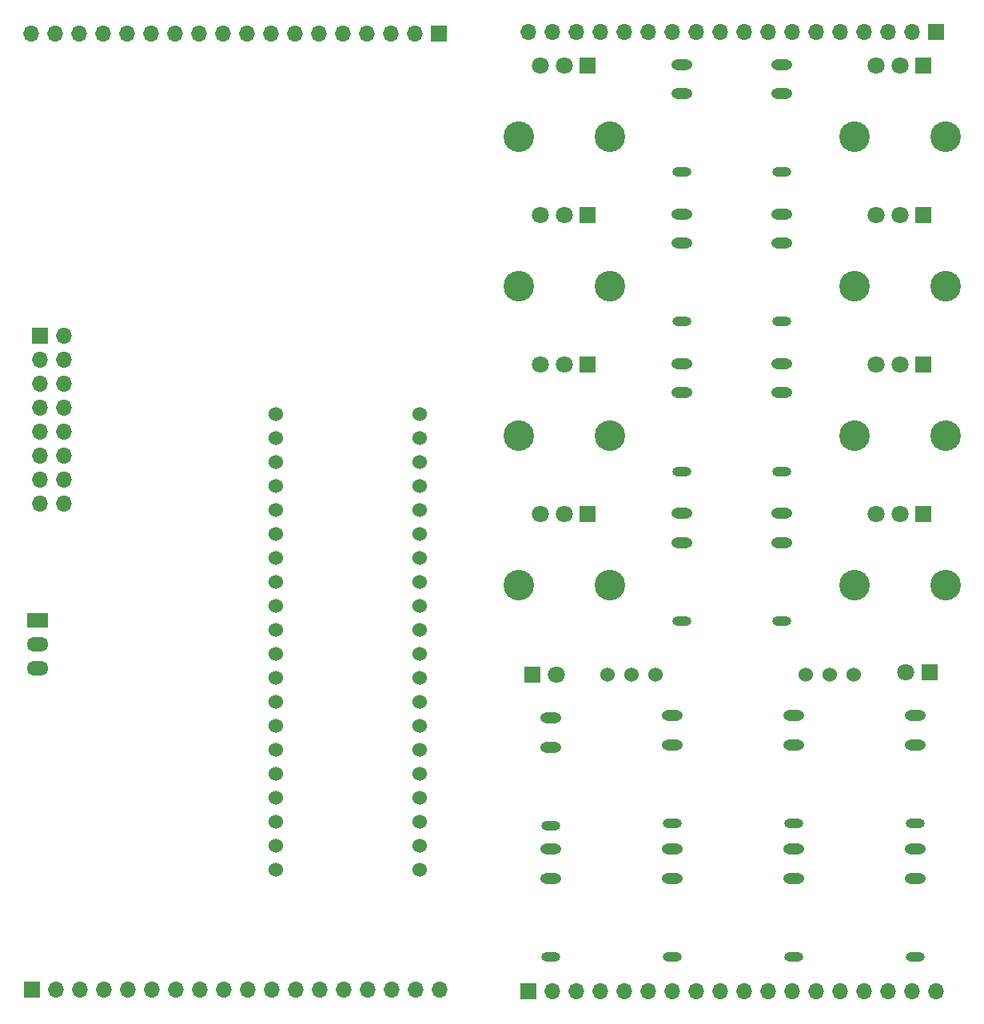
<source format=gbs>
%TF.GenerationSoftware,KiCad,Pcbnew,(6.0.0-0)*%
%TF.CreationDate,2022-09-18T03:09:56-04:00*%
%TF.ProjectId,daisy_hardware_v1,64616973-795f-4686-9172-64776172655f,rev?*%
%TF.SameCoordinates,Original*%
%TF.FileFunction,Soldermask,Bot*%
%TF.FilePolarity,Negative*%
%FSLAX46Y46*%
G04 Gerber Fmt 4.6, Leading zero omitted, Abs format (unit mm)*
G04 Created by KiCad (PCBNEW (6.0.0-0)) date 2022-09-18 03:09:56*
%MOMM*%
%LPD*%
G01*
G04 APERTURE LIST*
%ADD10O,2.216000X1.108000*%
%ADD11O,2.016000X1.008000*%
%ADD12R,1.700000X1.700000*%
%ADD13O,1.700000X1.700000*%
%ADD14C,3.240000*%
%ADD15R,1.800000X1.800000*%
%ADD16C,1.800000*%
%ADD17C,1.524000*%
%ADD18R,2.300000X1.500000*%
%ADD19O,2.300000X1.500000*%
G04 APERTURE END LIST*
D10*
%TO.C,J13*%
X107870333Y-294079999D03*
X107870333Y-297179999D03*
D11*
X107870333Y-305479999D03*
%TD*%
D10*
%TO.C,J15*%
X118443666Y-278244000D03*
X118443666Y-281344000D03*
D11*
X118443666Y-289644000D03*
%TD*%
D12*
%TO.C,J1*%
X39820000Y-306960000D03*
D13*
X42360000Y-306960000D03*
X39820000Y-309500000D03*
X42360000Y-309500000D03*
X39820000Y-312040000D03*
X42360000Y-312040000D03*
X39820000Y-314580000D03*
X42360000Y-314580000D03*
X39820000Y-317120000D03*
X42360000Y-317120000D03*
X39820000Y-319660000D03*
X42360000Y-319660000D03*
X39820000Y-322200000D03*
X42360000Y-322200000D03*
X39820000Y-324740000D03*
X42360000Y-324740000D03*
%TD*%
D10*
%TO.C,J14*%
X107870333Y-309915998D03*
X107870333Y-313015998D03*
D11*
X107870333Y-321315998D03*
%TD*%
D14*
%TO.C,RV1*%
X135737000Y-285874000D03*
X126137000Y-285874000D03*
D15*
X133437000Y-278374000D03*
D16*
X130937000Y-278374000D03*
X128437000Y-278374000D03*
%TD*%
D15*
%TO.C,D1*%
X91960000Y-342900000D03*
D16*
X94500000Y-342900000D03*
%TD*%
D10*
%TO.C,J10*%
X119718666Y-347215000D03*
X119718666Y-350315000D03*
D11*
X119718666Y-358615000D03*
%TD*%
D14*
%TO.C,RV3*%
X100177000Y-317546000D03*
X90577000Y-317546000D03*
D15*
X97877000Y-310046000D03*
D16*
X95377000Y-310046000D03*
X92877000Y-310046000D03*
%TD*%
D14*
%TO.C,RV5*%
X100177000Y-301710000D03*
X90577000Y-301710000D03*
D15*
X97877000Y-294210000D03*
D16*
X95377000Y-294210000D03*
X92877000Y-294210000D03*
%TD*%
D10*
%TO.C,J3*%
X93980000Y-361312000D03*
X93980000Y-364412000D03*
D11*
X93980000Y-372712000D03*
%TD*%
D10*
%TO.C,J18*%
X107870333Y-325751998D03*
X107870333Y-328851998D03*
D11*
X107870333Y-337151998D03*
%TD*%
D14*
%TO.C,RV2*%
X135737000Y-301710000D03*
X126137000Y-301710000D03*
D15*
X133437000Y-294210000D03*
D16*
X130937000Y-294210000D03*
X128437000Y-294210000D03*
%TD*%
D10*
%TO.C,J12*%
X107870333Y-278244000D03*
X107870333Y-281344000D03*
D11*
X107870333Y-289644000D03*
%TD*%
D10*
%TO.C,J16*%
X118443666Y-294080000D03*
X118443666Y-297180000D03*
D11*
X118443666Y-305480000D03*
%TD*%
D10*
%TO.C,J17*%
X118443666Y-309916000D03*
X118443666Y-313016000D03*
D11*
X118443666Y-321316000D03*
%TD*%
D10*
%TO.C,J7*%
X93980000Y-347444500D03*
X93980000Y-350544500D03*
D11*
X93980000Y-358844500D03*
%TD*%
D10*
%TO.C,J4*%
X106849333Y-361312000D03*
X106849333Y-364412000D03*
D11*
X106849333Y-372712000D03*
%TD*%
D14*
%TO.C,RV4*%
X90577000Y-333382000D03*
X100177000Y-333382000D03*
D15*
X97877000Y-325882000D03*
D16*
X95377000Y-325882000D03*
X92877000Y-325882000D03*
%TD*%
D14*
%TO.C,RV7*%
X126137000Y-333382000D03*
X135737000Y-333382000D03*
D15*
X133437000Y-325882000D03*
D16*
X130937000Y-325882000D03*
X128437000Y-325882000D03*
%TD*%
D10*
%TO.C,J2*%
X119718666Y-361312000D03*
X119718666Y-364412000D03*
D11*
X119718666Y-372712000D03*
%TD*%
D17*
%TO.C,SW1*%
X99960000Y-342900000D03*
X102500000Y-342900000D03*
X105040000Y-342900000D03*
%TD*%
D10*
%TO.C,J19*%
X118443666Y-325752000D03*
X118443666Y-328852000D03*
D11*
X118443666Y-337152000D03*
%TD*%
D10*
%TO.C,J11*%
X132588000Y-347215000D03*
X132588000Y-350315000D03*
D11*
X132588000Y-358615000D03*
%TD*%
D14*
%TO.C,RV8*%
X100177000Y-285874000D03*
X90577000Y-285874000D03*
D15*
X97877000Y-278374000D03*
D16*
X95377000Y-278374000D03*
X92877000Y-278374000D03*
%TD*%
D10*
%TO.C,J8*%
X106849333Y-347215000D03*
X106849333Y-350315000D03*
D11*
X106849333Y-358615000D03*
%TD*%
D14*
%TO.C,RV6*%
X126137000Y-317546000D03*
X135737000Y-317546000D03*
D15*
X133437000Y-310046000D03*
D16*
X130937000Y-310046000D03*
X128437000Y-310046000D03*
%TD*%
D10*
%TO.C,J5*%
X132588000Y-361312000D03*
X132588000Y-364412000D03*
D11*
X132588000Y-372712000D03*
%TD*%
D15*
%TO.C,D2*%
X134100000Y-342646000D03*
D16*
X131560000Y-342646000D03*
%TD*%
D18*
%TO.C,U9*%
X39586000Y-337128400D03*
D19*
X39586000Y-339668400D03*
X39586000Y-342208400D03*
%TD*%
D17*
%TO.C,U1*%
X64830000Y-315232000D03*
X64830000Y-317772000D03*
X64830000Y-320312000D03*
X64830000Y-322852000D03*
X64830000Y-325392000D03*
X64830000Y-327932000D03*
X64830000Y-330472000D03*
X64830000Y-333012000D03*
X64830000Y-335552000D03*
X64830000Y-338092000D03*
X64830000Y-340632000D03*
X64830000Y-343172000D03*
X64830000Y-345712000D03*
X64830000Y-348252000D03*
X64830000Y-350792000D03*
X64830000Y-353332000D03*
X64830000Y-355872000D03*
X64830000Y-358412000D03*
X64830000Y-360952000D03*
X64830000Y-363492000D03*
X80070000Y-363492000D03*
X80070000Y-360952000D03*
X80070000Y-358412000D03*
X80070000Y-355872000D03*
X80070000Y-353332000D03*
X80070000Y-350792000D03*
X80070000Y-348252000D03*
X80070000Y-345712000D03*
X80070000Y-343172000D03*
X80070000Y-340632000D03*
X80070000Y-338092000D03*
X80070000Y-335552000D03*
X80070000Y-333012000D03*
X80070000Y-330472000D03*
X80070000Y-327932000D03*
X80070000Y-325392000D03*
X80070000Y-322852000D03*
X80070000Y-320312000D03*
X80070000Y-317772000D03*
X80070000Y-315232000D03*
%TD*%
%TO.C,SW2*%
X126040000Y-342900000D03*
X123500000Y-342900000D03*
X120960000Y-342900000D03*
%TD*%
D12*
%TO.C,J21*%
X38976400Y-376193600D03*
D13*
X41516400Y-376193600D03*
X44056400Y-376193600D03*
X46596400Y-376193600D03*
X49136400Y-376193600D03*
X51676400Y-376193600D03*
X54216400Y-376193600D03*
X56756400Y-376193600D03*
X59296400Y-376193600D03*
X61836400Y-376193600D03*
X64376400Y-376193600D03*
X66916400Y-376193600D03*
X69456400Y-376193600D03*
X71996400Y-376193600D03*
X74536400Y-376193600D03*
X77076400Y-376193600D03*
X79616400Y-376193600D03*
X82156400Y-376193600D03*
%TD*%
D12*
%TO.C,J20*%
X82126400Y-274975000D03*
D13*
X79586400Y-274975000D03*
X77046400Y-274975000D03*
X74506400Y-274975000D03*
X71966400Y-274975000D03*
X69426400Y-274975000D03*
X66886400Y-274975000D03*
X64346400Y-274975000D03*
X61806400Y-274975000D03*
X59266400Y-274975000D03*
X56726400Y-274975000D03*
X54186400Y-274975000D03*
X51646400Y-274975000D03*
X49106400Y-274975000D03*
X46566400Y-274975000D03*
X44026400Y-274975000D03*
X41486400Y-274975000D03*
X38946400Y-274975000D03*
%TD*%
D12*
%TO.C,J9*%
X91592400Y-376428000D03*
D13*
X94132400Y-376428000D03*
X96672400Y-376428000D03*
X99212400Y-376428000D03*
X101752400Y-376428000D03*
X104292400Y-376428000D03*
X106832400Y-376428000D03*
X109372400Y-376428000D03*
X111912400Y-376428000D03*
X114452400Y-376428000D03*
X116992400Y-376428000D03*
X119532400Y-376428000D03*
X122072400Y-376428000D03*
X124612400Y-376428000D03*
X127152400Y-376428000D03*
X129692400Y-376428000D03*
X132232400Y-376428000D03*
X134772400Y-376428000D03*
%TD*%
D12*
%TO.C,J6*%
X134742400Y-274828000D03*
D13*
X132202400Y-274828000D03*
X129662400Y-274828000D03*
X127122400Y-274828000D03*
X124582400Y-274828000D03*
X122042400Y-274828000D03*
X119502400Y-274828000D03*
X116962400Y-274828000D03*
X114422400Y-274828000D03*
X111882400Y-274828000D03*
X109342400Y-274828000D03*
X106802400Y-274828000D03*
X104262400Y-274828000D03*
X101722400Y-274828000D03*
X99182400Y-274828000D03*
X96642400Y-274828000D03*
X94102400Y-274828000D03*
X91562400Y-274828000D03*
%TD*%
M02*

</source>
